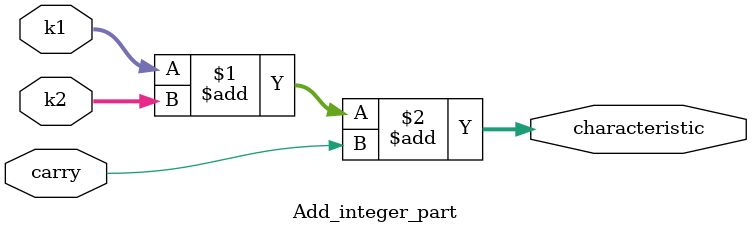
<source format=v>
`timescale 1ns / 1ps


module Add_integer_part #(parameter N=8,
                          parameter L=3)
                          
                          (input [L-1:0] k1,
                           input [L-1:0] k2,
                           input carry,
                           output [L:0] characteristic);
                           
assign characteristic = k1+k2+carry;

endmodule

</source>
